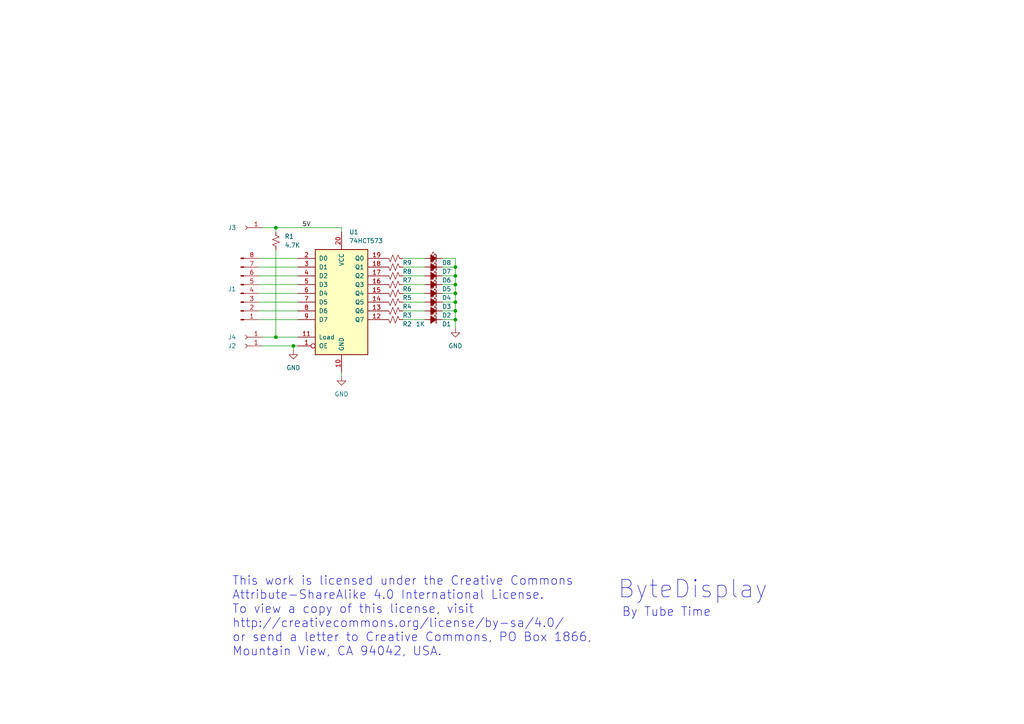
<source format=kicad_sch>
(kicad_sch (version 20230121) (generator eeschema)
  (paper "A4")
  (lib_symbols
    (symbol "74xx:74LS573" (pin_names (offset 1.016))
      (property "Reference" "U" (at -7.62 16.51 0))
      (property "Value" "74LS573" (at -7.62 -16.51 0))
      (symbol "74LS573_1_0"
        (pin input inverted (at -12.7 -12.7 0) (length 5.08) (name "OE") (number "1"))
        (pin power_in line (at 0 -20.32 90) (length 5.08) (name "GND") (number "10"))
        (pin input line (at -12.7 -10.16 0) (length 5.08) (name "Load") (number "11"))
        (pin tri_state line (at 12.7 -5.08 180) (length 5.08) (name "Q7") (number "12"))
        (pin tri_state line (at 12.7 -2.54 180) (length 5.08) (name "Q6") (number "13"))
        (pin tri_state line (at 12.7 0 180) (length 5.08) (name "Q5") (number "14"))
        (pin tri_state line (at 12.7 2.54 180) (length 5.08) (name "Q4") (number "15"))
        (pin tri_state line (at 12.7 5.08 180) (length 5.08) (name "Q3") (number "16"))
        (pin tri_state line (at 12.7 7.62 180) (length 5.08) (name "Q2") (number "17"))
        (pin tri_state line (at 12.7 10.16 180) (length 5.08) (name "Q1") (number "18"))
        (pin tri_state line (at 12.7 12.7 180) (length 5.08) (name "Q0") (number "19"))
        (pin input line (at -12.7 12.7 0) (length 5.08) (name "D0") (number "2"))
        (pin power_in line (at 0 20.32 270) (length 5.08) (name "VCC") (number "20"))
        (pin input line (at -12.7 10.16 0) (length 5.08) (name "D1") (number "3"))
        (pin input line (at -12.7 7.62 0) (length 5.08) (name "D2") (number "4"))
        (pin input line (at -12.7 5.08 0) (length 5.08) (name "D3") (number "5"))
        (pin input line (at -12.7 2.54 0) (length 5.08) (name "D4") (number "6"))
        (pin input line (at -12.7 0 0) (length 5.08) (name "D5") (number "7"))
        (pin input line (at -12.7 -2.54 0) (length 5.08) (name "D6") (number "8"))
        (pin input line (at -12.7 -5.08 0) (length 5.08) (name "D7") (number "9"))
      )
      (symbol "74LS573_1_1"
        (rectangle (start -7.62 15.24) (end 7.62 -15.24) (stroke (width 0.254)) (fill (type background)))
      )
    )
    (symbol "Connector:Conn_01x01_Socket" (pin_names (offset 1.016) hide)
      (property "Reference" "J" (at 0 2.54 0))
      (property "Value" "Conn_01x01_Socket" (at 0 -2.54 0))
      (symbol "Conn_01x01_Socket_1_1"
        (polyline (pts (xy -1.27 0) (xy -0.508 0)) (stroke (width 0.1524)))
        (arc (start 0 0.508) (mid -0.5058 0) (end 0 -0.508) (stroke (width 0.1524)))
        (pin passive line (at -5.08 0 0) (length 3.81) (name "Pin_1") (number "1"))
      )
    )
    (symbol "Connector:Conn_01x08_Pin" (pin_names (offset 1.016) hide)
      (property "Reference" "J" (at 0 10.16 0))
      (property "Value" "Conn_01x08_Pin" (at 0 -12.7 0))
      (symbol "Conn_01x08_Pin_1_1"
        (polyline (pts (xy 1.27 -10.16) (xy 0.8636 -10.16)) (stroke (width 0.1524)))
        (polyline (pts (xy 1.27 -7.62) (xy 0.8636 -7.62)) (stroke (width 0.1524)))
        (polyline (pts (xy 1.27 -5.08) (xy 0.8636 -5.08)) (stroke (width 0.1524)))
        (polyline (pts (xy 1.27 -2.54) (xy 0.8636 -2.54)) (stroke (width 0.1524)))
        (polyline (pts (xy 1.27 0) (xy 0.8636 0)) (stroke (width 0.1524)))
        (polyline (pts (xy 1.27 2.54) (xy 0.8636 2.54)) (stroke (width 0.1524)))
        (polyline (pts (xy 1.27 5.08) (xy 0.8636 5.08)) (stroke (width 0.1524)))
        (polyline (pts (xy 1.27 7.62) (xy 0.8636 7.62)) (stroke (width 0.1524)))
        (rectangle (start 0.8636 -10.033) (end 0 -10.287) (stroke (width 0.1524)) (fill (type outline)))
        (rectangle (start 0.8636 -7.493) (end 0 -7.747) (stroke (width 0.1524)) (fill (type outline)))
        (rectangle (start 0.8636 -4.953) (end 0 -5.207) (stroke (width 0.1524)) (fill (type outline)))
        (rectangle (start 0.8636 -2.413) (end 0 -2.667) (stroke (width 0.1524)) (fill (type outline)))
        (rectangle (start 0.8636 0.127) (end 0 -0.127) (stroke (width 0.1524)) (fill (type outline)))
        (rectangle (start 0.8636 2.667) (end 0 2.413) (stroke (width 0.1524)) (fill (type outline)))
        (rectangle (start 0.8636 5.207) (end 0 4.953) (stroke (width 0.1524)) (fill (type outline)))
        (rectangle (start 0.8636 7.747) (end 0 7.493) (stroke (width 0.1524)) (fill (type outline)))
        (pin passive line (at 5.08 7.62 180) (length 3.81) (name "Pin_1") (number "1"))
        (pin passive line (at 5.08 5.08 180) (length 3.81) (name "Pin_2") (number "2"))
        (pin passive line (at 5.08 2.54 180) (length 3.81) (name "Pin_3") (number "3"))
        (pin passive line (at 5.08 0 180) (length 3.81) (name "Pin_4") (number "4"))
        (pin passive line (at 5.08 -2.54 180) (length 3.81) (name "Pin_5") (number "5"))
        (pin passive line (at 5.08 -5.08 180) (length 3.81) (name "Pin_6") (number "6"))
        (pin passive line (at 5.08 -7.62 180) (length 3.81) (name "Pin_7") (number "7"))
        (pin passive line (at 5.08 -10.16 180) (length 3.81) (name "Pin_8") (number "8"))
      )
    )
    (symbol "Device:LED_Small_Filled" (pin_numbers hide) (pin_names (offset 0.254) hide)
      (property "Reference" "D" (at -1.27 3.175 0))
      (property "Value" "LED_Small_Filled" (at -4.445 -2.54 0))
      (symbol "LED_Small_Filled_0_1"
        (polyline (pts (xy -0.762 -1.016) (xy -0.762 1.016)) (stroke (width 0.254)))
        (polyline (pts (xy 1.016 0) (xy -0.762 0)))
        (polyline (pts (xy 0.762 -1.016) (xy -0.762 0) (xy 0.762 1.016) (xy 0.762 -1.016)) (stroke (width 0.254)) (fill (type outline)))
        (polyline (pts (xy 0 0.762) (xy -0.508 1.27) (xy -0.254 1.27) (xy -0.508 1.27) (xy -0.508 1.016)))
        (polyline (pts (xy 0.508 1.27) (xy 0 1.778) (xy 0.254 1.778) (xy 0 1.778) (xy 0 1.524)))
      )
      (symbol "LED_Small_Filled_1_1"
        (pin passive line (at -2.54 0 0) (length 1.778) (name "K") (number "1"))
        (pin passive line (at 2.54 0 180) (length 1.778) (name "A") (number "2"))
      )
    )
    (symbol "Device:R_Small_US" (pin_numbers hide) (pin_names (offset 0.254) hide)
      (property "Reference" "R" (at 0.762 0.508 0))
      (property "Value" "R_Small_US" (at 0.762 -1.016 0))
      (symbol "R_Small_US_1_1"
        (polyline (pts (xy 0 0) (xy 1.016 -0.381) (xy 0 -0.762) (xy -1.016 -1.143) (xy 0 -1.524)))
        (polyline (pts (xy 0 1.524) (xy 1.016 1.143) (xy 0 0.762) (xy -1.016 0.381) (xy 0 0)))
        (pin passive line (at 0 2.54 270) (length 1.016) (name "~") (number "1"))
        (pin passive line (at 0 -2.54 90) (length 1.016) (name "~") (number "2"))
      )
    )
    (symbol "power:GND" (power) (pin_names (offset 0))
      (property "Value" "GND" (at 0 -3.81 0))
      (symbol "GND_0_1"
        (polyline (pts (xy 0 0) (xy 0 -1.27) (xy 1.27 -1.27) (xy 0 -2.54) (xy -1.27 -1.27) (xy 0 -1.27)))
      )
      (symbol "GND_1_1"
        (pin power_in line (at 0 0 270) (length 0) hide (name "GND") (number "1"))
      )
    )
  )
  (junction (at 80.01 66.04))
  (junction (at 132.08 90.17))
  (junction (at 132.08 77.47))
  (junction (at 132.08 92.71))
  (junction (at 132.08 80.01))
  (junction (at 132.08 82.55))
  (junction (at 80.01 97.79))
  (junction (at 132.08 85.09))
  (junction (at 132.08 87.63))
  (junction (at 85.09 100.33))
  (wire (pts (xy 132.08 85.09) (xy 132.08 82.55)))
  (wire (pts (xy 80.01 66.04) (xy 80.01 67.31)))
  (wire (pts (xy 132.08 85.09) (xy 128.27 85.09)))
  (wire (pts (xy 85.09 100.33) (xy 86.36 100.33)))
  (wire (pts (xy 132.08 92.71) (xy 132.08 90.17)))
  (wire (pts (xy 116.84 77.47) (xy 123.19 77.47)))
  (wire (pts (xy 132.08 77.47) (xy 128.27 77.47)))
  (wire (pts (xy 116.84 92.71) (xy 123.19 92.71)))
  (wire (pts (xy 76.2 97.79) (xy 80.01 97.79)))
  (wire (pts (xy 116.84 74.93) (xy 123.19 74.93)))
  (wire (pts (xy 74.93 82.55) (xy 86.36 82.55)))
  (wire (pts (xy 76.2 66.04) (xy 80.01 66.04)))
  (wire (pts (xy 74.93 74.93) (xy 86.36 74.93)))
  (wire (pts (xy 74.93 77.47) (xy 86.36 77.47)))
  (wire (pts (xy 80.01 66.04) (xy 99.06 66.04)))
  (wire (pts (xy 74.93 80.01) (xy 86.36 80.01)))
  (wire (pts (xy 116.84 82.55) (xy 123.19 82.55)))
  (wire (pts (xy 132.08 90.17) (xy 128.27 90.17)))
  (wire (pts (xy 74.93 87.63) (xy 86.36 87.63)))
  (wire (pts (xy 99.06 107.95) (xy 99.06 109.22)))
  (wire (pts (xy 132.08 82.55) (xy 128.27 82.55)))
  (wire (pts (xy 116.84 87.63) (xy 123.19 87.63)))
  (wire (pts (xy 132.08 87.63) (xy 128.27 87.63)))
  (wire (pts (xy 74.93 85.09) (xy 86.36 85.09)))
  (wire (pts (xy 132.08 80.01) (xy 128.27 80.01)))
  (wire (pts (xy 99.06 66.04) (xy 99.06 67.31)))
  (wire (pts (xy 132.08 92.71) (xy 128.27 92.71)))
  (wire (pts (xy 76.2 100.33) (xy 85.09 100.33)))
  (wire (pts (xy 80.01 72.39) (xy 80.01 97.79)))
  (wire (pts (xy 132.08 77.47) (xy 132.08 74.93)))
  (wire (pts (xy 74.93 90.17) (xy 86.36 90.17)))
  (wire (pts (xy 132.08 82.55) (xy 132.08 80.01)))
  (wire (pts (xy 132.08 74.93) (xy 128.27 74.93)))
  (wire (pts (xy 132.08 92.71) (xy 132.08 95.25)))
  (wire (pts (xy 132.08 80.01) (xy 132.08 77.47)))
  (wire (pts (xy 132.08 87.63) (xy 132.08 85.09)))
  (wire (pts (xy 80.01 97.79) (xy 86.36 97.79)))
  (wire (pts (xy 85.09 101.6) (xy 85.09 100.33)))
  (wire (pts (xy 74.93 92.71) (xy 86.36 92.71)))
  (wire (pts (xy 116.84 80.01) (xy 123.19 80.01)))
  (wire (pts (xy 132.08 90.17) (xy 132.08 87.63)))
  (wire (pts (xy 116.84 85.09) (xy 123.19 85.09)))
  (wire (pts (xy 116.84 90.17) (xy 123.19 90.17)))
  (text "This work is licensed under the Creative Commons\nAttribute-ShareAlike 4.0 International License.\nTo view a copy of this license, visit\nhttp://creativecommons.org/license/by-sa/4.0/\nor send a letter to Creative Commons, PO Box 1866,\nMountain View, CA 94042, USA." (at 67.31 190.5 0) (effects (font (size 2.54 2.54)) (justify left bottom)))
  (text "ByteDisplay" (at 179.07 173.99 0) (effects (font (size 5.08 5.08)) (justify left bottom)))
  (text "By Tube Time" (at 180.34 179.07 0) (effects (font (size 2.54 2.54)) (justify left bottom)))
  (label "5V" (at 87.63 66.04 0))
  (symbol (lib_id "Connector:Conn_01x01_Socket") (at 71.12 97.79 180) (unit 1)
    (property "Reference" "J4" (at 67.31 97.79 0))
    (property "Value" "Conn_01x01_Socket" (effects hide))
    (property "Footprint" "Conn:MILL-MAX_0294-0-15-01-06-27-10-0" (effects hide))
  )
  (symbol (lib_id "Device:R_Small_US") (at 114.3 77.47 90) (mirror x) (unit 1)
    (property "Reference" "R8" (at 118.11 78.74 90))
    (property "Value" "1K" (effects hide))
    (property "Footprint" "Passive:RESC3216X70" (effects hide))
  )
  (symbol (lib_id "Device:LED_Small_Filled") (at 125.73 85.09 0) (mirror y) (unit 1)
    (property "Reference" "D4" (at 129.54 86.36 0))
    (property "Value" "LED_Small_Filled" (effects hide))
    (property "Footprint" "Active:LEDM3216X110" (effects hide))
    (property "Mouser" "859-LTST-C150AKT" (effects hide))
  )
  (symbol (lib_id "power:GND") (at 99.06 109.22 0) (unit 1)
    (property "Reference" "#PWR02" (effects hide))
    (property "Value" "GND" (at 99.06 114.3 0))
  )
  (symbol (lib_id "Device:R_Small_US") (at 80.01 69.85 0) (unit 1)
    (property "Reference" "R1" (at 82.55 68.58 0) (effects (justify left)))
    (property "Value" "4.7K" (at 82.55 71.12 0) (effects (justify left)))
    (property "Footprint" "Passive:RESC3216X70" (effects hide))
  )
  (symbol (lib_id "Connector:Conn_01x01_Socket") (at 71.12 100.33 180) (unit 1)
    (property "Reference" "J2" (at 67.31 100.33 0))
    (property "Value" "Conn_01x01_Socket" (effects hide))
    (property "Footprint" "Conn:MILL-MAX_0294-0-15-01-06-27-10-0" (effects hide))
  )
  (symbol (lib_id "74xx:74LS573") (at 99.06 87.63 0) (unit 1)
    (property "Reference" "U1" (at 101.2541 67.31 0) (effects (justify left)))
    (property "Value" "74HCT573" (at 101.2541 69.85 0) (effects (justify left)))
    (property "Footprint" "Active:SOP127P1065X265-20" (effects hide))
    (property "Datasheet" "74xx/74hc573.pdf" (effects hide))
    (property "Mouser" "595-SN74HCT573DWR" (effects hide))
  )
  (symbol (lib_id "power:GND") (at 85.09 101.6 0) (unit 1)
    (property "Reference" "#PWR01" (effects hide))
    (property "Value" "GND" (at 85.09 106.68 0))
  )
  (symbol (lib_id "Device:LED_Small_Filled") (at 125.73 92.71 0) (mirror y) (unit 1)
    (property "Reference" "D1" (at 129.54 93.98 0))
    (property "Value" "LED_Small_Filled" (effects hide))
    (property "Footprint" "Active:LEDM3216X110" (effects hide))
    (property "Mouser" "859-LTST-C150AKT" (effects hide))
  )
  (symbol (lib_id "Device:R_Small_US") (at 114.3 92.71 90) (mirror x) (unit 1)
    (property "Reference" "R2" (at 118.11 93.98 90))
    (property "Value" "1K" (at 121.92 93.98 90))
    (property "Footprint" "Passive:RESC3216X70" (effects hide))
  )
  (symbol (lib_id "Device:R_Small_US") (at 114.3 85.09 90) (mirror x) (unit 1)
    (property "Reference" "R5" (at 118.11 86.36 90))
    (property "Value" "1K" (effects hide))
    (property "Footprint" "Passive:RESC3216X70" (effects hide))
  )
  (symbol (lib_id "Device:LED_Small_Filled") (at 125.73 80.01 0) (mirror y) (unit 1)
    (property "Reference" "D6" (at 129.54 81.28 0))
    (property "Value" "LED_Small_Filled" (effects hide))
    (property "Footprint" "Active:LEDM3216X110" (effects hide))
    (property "Mouser" "859-LTST-C150AKT" (effects hide))
  )
  (symbol (lib_id "Connector:Conn_01x08_Pin") (at 69.85 85.09 0) (mirror x) (unit 1)
    (property "Reference" "J1" (at 67.31 83.82 0))
    (property "Value" "Conn_01x08_Pin" (effects hide))
    (property "Footprint" "Connector_PinHeader_2.54mm:PinHeader_1x08_P2.54mm_Vertical" (effects hide))
  )
  (symbol (lib_id "Device:LED_Small_Filled") (at 125.73 82.55 0) (mirror y) (unit 1)
    (property "Reference" "D5" (at 129.54 83.82 0))
    (property "Value" "LED_Small_Filled" (effects hide))
    (property "Footprint" "Active:LEDM3216X110" (effects hide))
    (property "Mouser" "859-LTST-C150AKT" (effects hide))
  )
  (symbol (lib_id "Device:LED_Small_Filled") (at 125.73 74.93 0) (mirror y) (unit 1)
    (property "Reference" "D8" (at 129.54 76.2 0))
    (property "Value" "LED_Small_Filled" (effects hide))
    (property "Footprint" "Active:LEDM3216X110" (effects hide))
    (property "Mouser" "859-LTST-C150AKT" (effects hide))
  )
  (symbol (lib_id "Device:LED_Small_Filled") (at 125.73 77.47 0) (mirror y) (unit 1)
    (property "Reference" "D7" (at 129.54 78.74 0))
    (property "Value" "LED_Small_Filled" (effects hide))
    (property "Footprint" "Active:LEDM3216X110" (effects hide))
    (property "Mouser" "859-LTST-C150AKT" (effects hide))
  )
  (symbol (lib_id "Device:LED_Small_Filled") (at 125.73 90.17 0) (mirror y) (unit 1)
    (property "Reference" "D2" (at 129.54 91.44 0))
    (property "Value" "LED_Small_Filled" (effects hide))
    (property "Footprint" "Active:LEDM3216X110" (effects hide))
    (property "Mouser" "859-LTST-C150AKT" (effects hide))
  )
  (symbol (lib_id "Device:R_Small_US") (at 114.3 87.63 90) (mirror x) (unit 1)
    (property "Reference" "R4" (at 118.11 88.9 90))
    (property "Value" "1K" (effects hide))
    (property "Footprint" "Passive:RESC3216X70" (effects hide))
  )
  (symbol (lib_id "power:GND") (at 132.08 95.25 0) (mirror y) (unit 1)
    (property "Reference" "#PWR03" (effects hide))
    (property "Value" "GND" (at 132.08 100.33 0))
  )
  (symbol (lib_id "Connector:Conn_01x01_Socket") (at 71.12 66.04 180) (unit 1)
    (property "Reference" "J3" (at 67.31 66.04 0))
    (property "Value" "Conn_01x01_Socket" (effects hide))
    (property "Footprint" "Conn:MILL-MAX_0294-0-15-01-06-27-10-0" (effects hide))
  )
  (symbol (lib_id "Device:R_Small_US") (at 114.3 74.93 90) (mirror x) (unit 1)
    (property "Reference" "R9" (at 118.11 76.2 90))
    (property "Value" "1K" (effects hide))
    (property "Footprint" "Passive:RESC3216X70" (effects hide))
  )
  (symbol (lib_id "Device:R_Small_US") (at 114.3 80.01 90) (mirror x) (unit 1)
    (property "Reference" "R7" (at 118.11 81.28 90))
    (property "Value" "1K" (effects hide))
    (property "Footprint" "Passive:RESC3216X70" (effects hide))
  )
  (symbol (lib_id "Device:R_Small_US") (at 114.3 82.55 90) (mirror x) (unit 1)
    (property "Reference" "R6" (at 118.11 83.82 90))
    (property "Value" "1K" (effects hide))
    (property "Footprint" "Passive:RESC3216X70" (effects hide))
  )
  (symbol (lib_id "Device:R_Small_US") (at 114.3 90.17 90) (mirror x) (unit 1)
    (property "Reference" "R3" (at 118.11 91.44 90))
    (property "Value" "1K" (effects hide))
    (property "Footprint" "Passive:RESC3216X70" (effects hide))
  )
  (symbol (lib_id "Device:LED_Small_Filled") (at 125.73 87.63 0) (mirror y) (unit 1)
    (property "Reference" "D3" (at 129.54 88.9 0))
    (property "Value" "LED_Small_Filled" (effects hide))
    (property "Footprint" "Active:LEDM3216X110" (effects hide))
    (property "Mouser" "859-LTST-C150AKT" (effects hide))
  )
)
</source>
